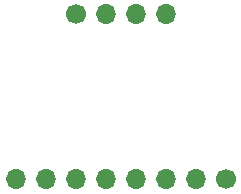
<source format=gbs>
G04 #@! TF.GenerationSoftware,KiCad,Pcbnew,8.0.5*
G04 #@! TF.CreationDate,2024-12-14T16:31:39-08:00*
G04 #@! TF.ProjectId,ADS8684 Breakout Board,41445338-3638-4342-9042-7265616b6f75,rev?*
G04 #@! TF.SameCoordinates,Original*
G04 #@! TF.FileFunction,Soldermask,Bot*
G04 #@! TF.FilePolarity,Negative*
%FSLAX46Y46*%
G04 Gerber Fmt 4.6, Leading zero omitted, Abs format (unit mm)*
G04 Created by KiCad (PCBNEW 8.0.5) date 2024-12-14 16:31:39*
%MOMM*%
%LPD*%
G01*
G04 APERTURE LIST*
%ADD10C,1.700000*%
%ADD11O,1.700000X1.700000*%
G04 APERTURE END LIST*
D10*
X45085000Y-41910000D03*
D11*
X42545000Y-41910000D03*
X40005001Y-41910000D03*
X37465000Y-41910000D03*
X34925000Y-41910000D03*
X32385000Y-41910000D03*
X29845000Y-41910000D03*
X27304999Y-41910000D03*
D10*
X32385000Y-27940000D03*
D11*
X34924999Y-27940000D03*
X37464999Y-27940000D03*
X40005000Y-27940000D03*
M02*

</source>
